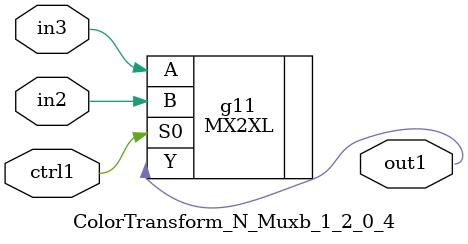
<source format=v>
`timescale 1ps / 1ps


module ColorTransform_N_Muxb_1_2_0_4(in3, in2, ctrl1, out1);
  input in3, in2, ctrl1;
  output out1;
  wire in3, in2, ctrl1;
  wire out1;
  MX2XL g11(.A (in3), .B (in2), .S0 (ctrl1), .Y (out1));
endmodule


</source>
